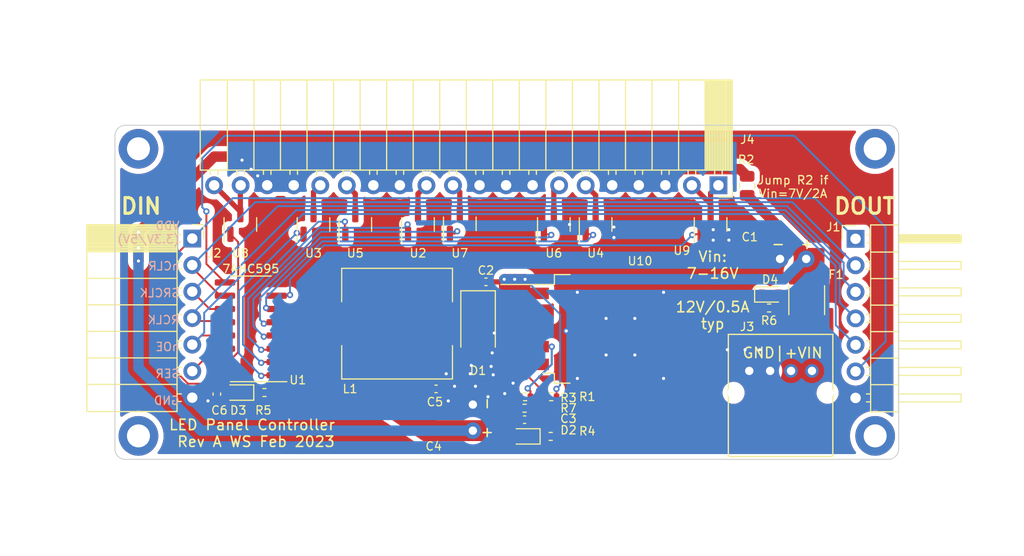
<source format=kicad_pcb>
(kicad_pcb (version 20211014) (generator pcbnew)
  (layers (0 "F.Cu" signal) (31 "B.Cu" signal) (34 "B.Paste" user) (35 "F.Paste" user) (36 "B.SilkS" user "B.Silkscreen") (37 "F.SilkS" user "F.Silkscreen") (38 "B.Mask" user) (39 "F.Mask" user) (44 "Edge.Cuts" user))
  (property "AUTHOR" "Winnie Szeto")
  (property "PROJECT_REVISION" "A01")
  (property "PROJECT_TITLE" "WS Template Project")
  (net 0 "")
  (net 1 "VCC")
  (net 2 "VDD")
  (net 3 "/SER_OUT")
  (net 4 "/SRCLK")
  (net 5 "/nCLR")
  (net 6 "/RCLK")
  (net 7 "/nOE")
  (net 8 "GND")
  (net 9 "/SER")
  (net 10 "/SEGMENT_3")
  (net 11 "/SEGMENT_5")
  (net 12 "/SEGMENT_6")
  (net 13 "/SEGMENT_4")
  (net 14 "/SEGMENT_2")
  (net 15 "/2_SIG")
  (net 16 "/3_SIG")
  (net 17 "/4_SIG")
  (net 18 "/5_SIG")
  (net 19 "/6_SIG")
  (net 20 "/7_SIG")
  (net 21 "/8_SIG")
  (net 22 "/1_SIG")
  (net 23 "Net-(D1-Pad1)")
  (net 24 "VEE")
  (net 25 "Net-(R1-Pad1)")
  (net 26 "/SEGMENT_8A")
  (net 27 "/SEGMENT_7")
  (net 28 "/SEGMENT_1A")
  (net 29 "Net-(F1-Pad2)")
  (net 30 "Net-(D2-Pad1)")
  (net 31 "Net-(D3-Pad1)")
  (net 32 "Net-(D4-Pad1)")
  (net 33 "Net-(C3-Pad1)")
  (footprint "Package_SO:SOIC-16_3.9x9.9mm_P1.27mm" (layer "F.Cu") (at 92 86 180)
    (fp_text reference "U1" (at -4.5 -4.9) (layer "F.SilkS") (effects (font (size 0.8 0.8) (thickness 0.12))))
    (fp_text value "74HC595")
    (pad "1" smd roundrect (at -2.475 -4.445 180) (size 1.95 0.6) (layers "F.Cu" "F.Paste" "F.Mask") (net 15 "/2_SIG"))
    (pad "2" smd roundrect (at -2.475 -3.175 180) (size 1.95 0.6) (layers "F.Cu" "F.Paste" "F.Mask") (net 16 "/3_SIG"))
    (pad "3" smd roundrect (at -2.475 -1.905 180) (size 1.95 0.6) (layers "F.Cu" "F.Paste" "F.Mask") (net 17 "/4_SIG"))
    (pad "4" smd roundrect (at -2.475 -0.635 180) (size 1.95 0.6) (layers "F.Cu" "F.Paste" "F.Mask") (net 18 "/5_SIG"))
    (pad "5" smd roundrect (at -2.475 0.635 180) (size 1.95 0.6) (layers "F.Cu" "F.Paste" "F.Mask") (net 19 "/6_SIG"))
    (pad "6" smd roundrect (at -2.475 1.905 180) (size 1.95 0.6) (layers "F.Cu" "F.Paste" "F.Mask") (net 20 "/7_SIG"))
    (pad "7" smd roundrect (at -2.475 3.175 180) (size 1.95 0.6) (layers "F.Cu" "F.Paste" "F.Mask") (net 21 "/8_SIG"))
    (pad "8" smd roundrect (at -2.475 4.445 180) (size 1.95 0.6) (layers "F.Cu" "F.Paste" "F.Mask") (net 8 "GND"))
    (pad "9" smd roundrect (at 2.475 4.445 180) (size 1.95 0.6) (layers "F.Cu" "F.Paste" "F.Mask") (net 3 "/SER_OUT"))
    (pad "10" smd roundrect (at 2.475 3.175 180) (size 1.95 0.6) (layers "F.Cu" "F.Paste" "F.Mask") (net 5 "/nCLR"))
    (pad "11" smd roundrect (at 2.475 1.905 180) (size 1.95 0.6) (layers "F.Cu" "F.Paste" "F.Mask") (net 4 "/SRCLK"))
    (pad "12" smd roundrect (at 2.475 0.635 180) (size 1.95 0.6) (layers "F.Cu" "F.Paste" "F.Mask") (net 6 "/RCLK"))
    (pad "13" smd roundrect (at 2.475 -0.635 180) (size 1.95 0.6) (layers "F.Cu" "F.Paste" "F.Mask") (net 7 "/nOE"))
    (pad "14" smd roundrect (at 2.475 -1.905 180) (size 1.95 0.6) (layers "F.Cu" "F.Paste" "F.Mask") (net 9 "/SER"))
    (pad "15" smd roundrect (at 2.475 -3.175 180) (size 1.95 0.6) (layers "F.Cu" "F.Paste" "F.Mask") (net 22 "/1_SIG"))
    (pad "16" smd roundrect (at 2.475 -4.445 180) (size 1.95 0.6) (layers "F.Cu" "F.Paste" "F.Mask") (net 2 "VDD"))
  )
  (footprint "Capacitor_SMD:C_0402_1005Metric" (layer "F.Cu") (at 114.5 81.5 180)
    (fp_text reference "C2" (at 0 1.1 180) (layer "F.SilkS") (effects (font (size 0.8 0.8) (thickness 0.12))))
    (fp_text value "0402,100nF,50V,X7R ")
    (pad "1" smd roundrect (at -0.48 0 180) (size 0.56 0.62) (layers "F.Cu" "F.Paste" "F.Mask") (net 24 "VEE"))
    (pad "2" smd roundrect (at 0.48 0 180) (size 0.56 0.62) (layers "F.Cu" "F.Paste" "F.Mask") (net 8 "GND"))
  )
  (footprint "Resistor_SMD:R_0805_2012Metric" (layer "F.Cu") (at 139.5 72.3 90)
    (fp_text reference "R2" (at 2.5 -0.1 180) (layer "F.SilkS") (effects (font (size 0.8 0.8) (thickness 0.12))))
    (fp_text value "DNP")
    (pad "1" smd roundrect (at -0.9125 0 90) (size 1.025 1.4) (layers "F.Cu" "F.Paste" "F.Mask") (roundrect_rratio 0.243902439) (net 24 "VEE"))
    (pad "2" smd roundrect (at 0.9125 0 90) (size 1.025 1.4) (layers "F.Cu" "F.Paste" "F.Mask") (roundrect_rratio 0.243902439) (net 1 "VCC"))
  )
  (footprint "Capacitor_SMD:C_0402_1005Metric" (layer "F.Cu") (at 88.75 92.25 -90)
    (fp_text reference "C6" (at 1.55 -0.25) (layer "F.SilkS") (effects (font (size 0.8 0.8) (thickness 0.12))))
    (fp_text value "0402,100nF,50V,X7R ")
    (pad "1" smd roundrect (at -0.48 0 270) (size 0.56 0.62) (layers "F.Cu" "F.Paste" "F.Mask") (net 2 "VDD"))
    (pad "2" smd roundrect (at 0.48 0 270) (size 0.56 0.62) (layers "F.Cu" "F.Paste" "F.Mask") (net 8 "GND"))
  )
  (footprint "Resistor_SMD:R_0402_1005Metric" (layer "F.Cu") (at 120.7 96.3)
    (fp_text reference "R4" (at 3.5 -0.5) (layer "F.SilkS") (effects (font (size 0.8 0.8) (thickness 0.12))))
    (fp_text value "0402,1k")
    (pad "1" smd roundrect (at -0.51 0) (size 0.54 0.64) (layers "F.Cu" "F.Paste" "F.Mask") (net 30 "Net-(D2-Pad1)"))
    (pad "2" smd roundrect (at 0.51 0) (size 0.54 0.64) (layers "F.Cu" "F.Paste" "F.Mask") (net 8 "GND"))
  )
  (footprint "Capacitor_THT:C_Radial_D6.3mm_H11.0mm_P2.50mm" (layer "F.Cu") (at 113.25 95.75 90)
    (fp_text reference "C4" (at -1.5 -3.75) (layer "F.SilkS") (effects (font (size 0.8 0.8) (thickness 0.12))))
    (fp_text value "330uF/16V")
    (fp_text user "+  -" (at 1.2 1.3 90 unlocked) (layer "F.SilkS"))
    (pad "1" thru_hole circle (at 0 0 90) (size 1.6 1.6) (drill 0.8) (layers *.Cu *.Mask) (net 1 "VCC"))
    (pad "2" thru_hole circle (at 2.5 0 90) (size 1.6 1.6) (drill 0.8) (layers *.Cu *.Mask) (net 8 "GND"))
  )
  (footprint "Resistor_SMD:R_0402_1005Metric" (layer "F.Cu") (at 141.6 84 180)
    (fp_text reference "R6" (at 0 -1.2) (layer "F.SilkS") (effects (font (size 0.8 0.8) (thickness 0.12))))
    (fp_text value "0402,7.5k")
    (pad "1" smd roundrect (at -0.51 0 180) (size 0.54 0.64) (layers "F.Cu" "F.Paste" "F.Mask") (net 32 "Net-(D4-Pad1)"))
    (pad "2" smd roundrect (at 0.51 0 180) (size 0.54 0.64) (layers "F.Cu" "F.Paste" "F.Mask") (net 8 "GND"))
  )
  (footprint "Connector_PinHeader_2.54mm:PinHeader_1x07_P2.54mm_Horizontal" (layer "F.Cu") (at 149.875 77.375)
    (fp_text reference "J1" (at -2.125 -1.125) (layer "F.SilkS") (effects (font (size 0.8 0.8) (thickness 0.12))))
    (fp_text value "DOUT")
    (pad "1" thru_hole rect (at 0 0) (size 1.7 1.7) (drill 1) (layers *.Cu *.Mask) (net 2 "VDD"))
    (pad "2" thru_hole oval (at 0 2.54) (size 1.7 1.7) (drill 1) (layers *.Cu *.Mask) (net 5 "/nCLR"))
    (pad "3" thru_hole oval (at 0 5.08) (size 1.7 1.7) (drill 1) (layers *.Cu *.Mask) (net 4 "/SRCLK"))
    (pad "4" thru_hole oval (at 0 7.62) (size 1.7 1.7) (drill 1) (layers *.Cu *.Mask) (net 6 "/RCLK"))
    (pad "5" thru_hole oval (at 0 10.16) (size 1.7 1.7) (drill 1) (layers *.Cu *.Mask) (net 7 "/nOE"))
    (pad "6" thru_hole oval (at 0 12.7) (size 1.7 1.7) (drill 1) (layers *.Cu *.Mask) (net 3 "/SER_OUT"))
    (pad "7" thru_hole oval (at 0 15.24) (size 1.7 1.7) (drill 1) (layers *.Cu *.Mask) (net 8 "GND"))
  )
  (footprint "Connector_PinSocket_2.54mm:PinSocket_1x07_P2.54mm_Horizontal" (layer "F.Cu") (at 86.4 77.35)
    (fp_text reference "J2" (at 2.1 1.4) (layer "F.SilkS") (effects (font (size 0.8 0.8) (thickness 0.12))))
    (fp_text value "DIN")
    (pad "1" thru_hole rect (at 0 0) (size 1.7 1.7) (drill 1) (layers *.Cu *.Mask) (net 2 "VDD"))
    (pad "2" thru_hole oval (at 0 2.54) (size 1.7 1.7) (drill 1) (layers *.Cu *.Mask) (net 5 "/nCLR"))
    (pad "3" thru_hole oval (at 0 5.08) (size 1.7 1.7) (drill 1) (layers *.Cu *.Mask) (net 4 "/SRCLK"))
    (pad "4" thru_hole oval (at 0 7.62) (size 1.7 1.7) (drill 1) (layers *.Cu *.Mask) (net 6 "/RCLK"))
    (pad "5" thru_hole oval (at 0 10.16) (size 1.7 1.7) (drill 1) (layers *.Cu *.Mask) (net 7 "/nOE"))
    (pad "6" thru_hole oval (at 0 12.7) (size 1.7 1.7) (drill 1) (layers *.Cu *.Mask) (net 9 "/SER"))
    (pad "7" thru_hole oval (at 0 15.24) (size 1.7 1.7) (drill 1) (layers *.Cu *.Mask) (net 8 "GND"))
  )
  (footprint "MountingHole:MountingHole_2.2mm_M2_DIN965_Pad" (layer "F.Cu") (at 81.25 96.25)
    (fp_text reference "H2" hide)
    (fp_text value "MountingHole")
    (pad "1" thru_hole circle (at 0 0) (size 3.8 3.8) (drill 2.2) (layers *.Cu *.Mask))
  )
  (footprint "Resistor_SMD:R_0402_1005Metric" (layer "F.Cu") (at 93.31 92.1)
    (fp_text reference "R5" (at -0.11 1.7) (layer "F.SilkS") (effects (font (size 0.8 0.8) (thickness 0.12))))
    (fp_text value "0402,1k")
    (pad "1" smd roundrect (at -0.51 0) (size 0.54 0.64) (layers "F.Cu" "F.Paste" "F.Mask") (net 31 "Net-(D3-Pad1)"))
    (pad "2" smd roundrect (at 0.51 0) (size 0.54 0.64) (layers "F.Cu" "F.Paste" "F.Mask") (net 8 "GND"))
  )
  (footprint "Inductor_SMD:L_10.4x10.4_H4.8" (layer "F.Cu") (at 106 85.5 180)
    (fp_text reference "L1" (at 4.5 -6.25 180) (layer "F.SilkS") (effects (font (size 0.8 0.8) (thickness 0.12))))
    (fp_text value "33uH/3A")
    (pad "1" smd rect (at -4.15 0 180) (size 2.7 3.6) (layers "F.Cu" "F.Paste" "F.Mask") (net 23 "Net-(D1-Pad1)"))
    (pad "2" smd rect (at 4.15 0 180) (size 2.7 3.6) (layers "F.Cu" "F.Paste" "F.Mask") (net 1 "VCC"))
  )
  (footprint "LED_SMD:LED_0603_1608Metric" (layer "F.Cu") (at 141.7 82.7)
    (fp_text reference "D4" (at 0 -1.43) (layer "F.SilkS") (effects (font (size 0.8 0.8) (thickness 0.12))))
    (fp_text value "LED")
    (pad "1" smd roundrect (at -0.7875 0) (size 0.875 0.95) (layers "F.Cu" "F.Paste" "F.Mask") (net 32 "Net-(D4-Pad1)"))
    (pad "2" smd roundrect (at 0.7875 0) (size 0.875 0.95) (layers "F.Cu" "F.Paste" "F.Mask") (net 24 "VEE"))
  )
  (footprint "Capacitor_THT:C_Radial_D6.3mm_H11.0mm_P2.50mm" (layer "F.Cu") (at 145.15 79 180)
    (fp_text reference "C1" (at 5.4 1.8 180) (layer "F.SilkS") (effects (font (size 0.8 0.8) (thickness 0.12))))
    (fp_text value "120uF/25V")
    (fp_text user "+  -" (at 1.3 1 180 unlocked) (layer "F.SilkS"))
    (pad "1" thru_hole circle (at 0 -0.3 180) (size 1.6 1.6) (drill 0.8) (layers *.Cu *.Mask) (net 24 "VEE"))
    (pad "2" thru_hole circle (at 2.5 -0.3 180) (size 1.6 1.6) (drill 0.8) (layers *.Cu *.Mask) (net 8 "GND"))
  )
  (footprint "Capacitor_SMD:C_0402_1005Metric" (layer "F.Cu") (at 109.73 91.75)
    (fp_text reference "C5" (at -0.107836 1.25) (layer "F.SilkS") (effects (font (size 0.8 0.8) (thickness 0.12))))
    (fp_text value "0402,1uF,25V,X5R ")
    (pad "1" smd roundrect (at -0.48 0) (size 0.56 0.62) (layers "F.Cu" "F.Paste" "F.Mask") (net 1 "VCC"))
    (pad "2" smd roundrect (at 0.48 0) (size 0.56 0.62) (layers "F.Cu" "F.Paste" "F.Mask") (net 8 "GND"))
  )
  (footprint "LED_SMD:LED_0603_1608Metric" (layer "F.Cu") (at 90.8 92.1 180)
    (fp_text reference "D3" (at 0 -1.7) (layer "F.SilkS") (effects (font (size 0.8 0.8) (thickness 0.12))))
    (fp_text value "LED")
    (pad "1" smd roundrect (at -0.7875 0 180) (size 0.875 0.95) (layers "F.Cu" "F.Paste" "F.Mask") (net 31 "Net-(D3-Pad1)"))
    (pad "2" smd roundrect (at 0.7875 0 180) (size 0.875 0.95) (layers "F.Cu" "F.Paste" "F.Mask") (net 2 "VDD"))
  )
  (footprint "Package_TO_SOT_SMD:SOT-23" (layer "F.Cu") (at 125 76 90)
    (fp_text reference "U4" (at -2.75 0 180) (layer "F.SilkS") (effects (font (size 0.8 0.8) (thickness 0.12))))
    (fp_text value "AO3400A")
    (pad "1" smd roundrect (at -0.9375 -0.95 90) (size 1.475 0.6) (layers "F.Cu" "F.Paste" "F.Mask") (net 20 "/7_SIG"))
    (pad "2" smd roundrect (at -0.9375 0.95 90) (size 1.475 0.6) (layers "F.Cu" "F.Paste" "F.Mask") (net 8 "GND"))
    (pad "3" smd roundrect (at 0.9375 0 90) (size 1.475 0.6) (layers "F.Cu" "F.Paste" "F.Mask") (net 27 "/SEGMENT_7"))
  )
  (footprint "Package_TO_SOT_SMD:SOT-23" (layer "F.Cu") (at 112 75.9375 90)
    (fp_text reference "U7" (at -2.8125 0 180) (layer "F.SilkS") (effects (font (size 0.8 0.8) (thickness 0.12))))
    (fp_text value "AO3400A")
    (pad "1" smd roundrect (at -0.9375 -0.95 90) (size 1.475 0.6) (layers "F.Cu" "F.Paste" "F.Mask") (net 18 "/5_SIG"))
    (pad "2" smd roundrect (at -0.9375 0.95 90) (size 1.475 0.6) (layers "F.Cu" "F.Paste" "F.Mask") (net 8 "GND"))
    (pad "3" smd roundrect (at 0.9375 0 90) (size 1.475 0.6) (layers "F.Cu" "F.Paste" "F.Mask") (net 11 "/SEGMENT_5"))
  )
  (footprint "Fuse:Fuse_1812_4532Metric" (layer "F.Cu") (at 145.2 83.25 -90)
    (fp_text reference "F1" (at -2.45 -2.8) (layer "F.SilkS") (effects (font (size 0.8 0.8) (thickness 0.12))))
    (fp_text value "3A")
    (pad "1" smd roundrect (at -2.1375 0 270) (size 1.125 3.4) (layers "F.Cu" "F.Paste" "F.Mask") (roundrect_rratio 0.2222222222) (net 24 "VEE"))
    (pad "2" smd roundrect (at 2.1375 0 270) (size 1.125 3.4) (layers "F.Cu" "F.Paste" "F.Mask") (roundrect_rratio 0.2222222222) (net 29 "Net-(F1-Pad2)"))
  )
  (footprint "MountingHole:MountingHole_2.2mm_M2_DIN965_Pad" (layer "F.Cu") (at 151.75 68.75)
    (fp_text reference "H4" hide)
    (fp_text value "MountingHole")
    (pad "1" thru_hole circle (at 0 0) (size 3.8 3.8) (drill 2.2) (layers *.Cu *.Mask))
  )
  (footprint "Package_TO_SOT_SMD:SOT-23" (layer "F.Cu") (at 98 76 90)
    (fp_text reference "U3" (at -2.75 0 180) (layer "F.SilkS") (effects (font (size 0.8 0.8) (thickness 0.12))))
    (fp_text value "AO3400A")
    (pad "1" smd roundrect (at -0.9375 -0.95 90) (size 1.475 0.6) (layers "F.Cu" "F.Paste" "F.Mask") (net 15 "/2_SIG"))
    (pad "2" smd roundrect (at -0.9375 0.95 90) (size 1.475 0.6) (layers "F.Cu" "F.Paste" "F.Mask") (net 8 "GND"))
    (pad "3" smd roundrect (at 0.9375 0 90) (size 1.475 0.6) (layers "F.Cu" "F.Paste" "F.Mask") (net 14 "/SEGMENT_2"))
  )
  (footprint "Connector_PinSocket_2.54mm:PinSocket_1x20_P2.54mm_Horizontal" (layer "F.Cu") (at 136.75 72.25 -90)
    (fp_text reference "J4" (at -4.38 -2.77 180) (layer "F.SilkS") (effects (font (size 0.8 0.8) (thickness 0.12))))
    (fp_text value "Conn_01x20_Female")
    (pad "1" thru_hole rect (at 0 0 270) (size 1.7 1.7) (drill 1) (layers *.Cu *.Mask) (net 26 "/SEGMENT_8A"))
    (pad "2" thru_hole oval (at 0 2.54 270) (size 1.7 1.7) (drill 1) (layers *.Cu *.Mask) (net 26 "/SEGMENT_8A"))
    (pad "3" thru_hole oval (at 0 5.08 270) (size 1.7 1.7) (drill 1) (layers *.Cu *.Mask) (net 1 "VCC"))
    (pad "4" thru_hole oval (at 0 7.62 270) (size 1.7 1.7) (drill 1) (layers *.Cu *.Mask) (net 1 "VCC"))
    (pad "5" thru_hole oval (at 0 10.16 270) (size 1.7 1.7) (drill 1) (layers *.Cu *.Mask) (net 1 "VCC"))
    (pad "6" thru_hole oval (at 0 12.7 270) (size 1.7 1.7) (drill 1) (layers *.Cu *.Mask) (net 27 "/SEGMENT_7"))
    (pad "7" thru_hole oval (at 0 15.24 270) (size 1.7 1.7) (drill 1) (layers *.Cu *.Mask) (net 12 "/SEGMENT_6"))
    (pad "8" thru_hole oval (at 0 17.78 270) (size 1.7 1.7) (drill 1) (layers *.Cu *.Mask) (net 1 "VCC"))
    (pad "9" thru_hole oval (at 0 20.32 270) (size 1.7 1.7) (drill 1) (layers *.Cu *.Mask) (net 1 "VCC"))
    (pad "10" thru_hole oval (at 0 22.86 270) (size 1.7 1.7) (drill 1) (layers *.Cu *.Mask) (net 1 "VCC"))
    (pad "11" thru_hole oval (at 0 25.4 270) (size 1.7 1.7) (drill 1) (layers *.Cu *.Mask) (net 11 "/SEGMENT_5"))
    (pad "12" thru_hole oval (at 0 27.94 270) (size 1.7 1.7) (drill 1) (layers *.Cu *.Mask) (net 13 "/SEGMENT_4"))
    (pad "13" thru_hole oval (at 0 30.48 270) (size 1.7 1.7) (drill 1) (layers *.Cu *.Mask) (net 1 "VCC"))
    (pad "14" thru_hole oval (at 0 33.02 270) (size 1.7 1.7) (drill 1) (layers *.Cu *.Mask) (net 1 "VCC"))
    (pad "15" thru_hole oval (at 0 35.56 270) (size 1.7 1.7) (drill 1) (layers *.Cu *.Mask) (net 10 "/SEGMENT_3"))
    (pad "16" thru_hole oval (at 0 38.1 270) (size 1.7 1.7) (drill 1) (layers *.Cu *.Mask) (net 14 "/SEGMENT_2"))
    (pad "17" thru_hole oval (at 0 40.64 270) (size 1.7 1.7) (drill 1) (layers *.Cu *.Mask) (net 1 "VCC"))
    (pad "18" thru_hole oval (at 0 43.18 270) (size 1.7 1.7) (drill 1) (layers *.Cu *.Mask) (net 1 "VCC"))
    (pad "19" thru_hole oval (at 0 45.72 270) (size 1.7 1.7) (drill 1) (layers *.Cu *.Mask) (net 28 "/SEGMENT_1A"))
    (pad "20" thru_hole oval (at 0 48.26 270) (size 1.7 1.7) (drill 1) (layers *.Cu *.Mask) (net 28 "/SEGMENT_1A"))
  )
  (footprint "WS_LCSC_Connectors:JST_S04B-PASK-2(LF)(SN)" (layer "F.Cu") (at 142.7 90.025 180)
    (fp_text reference "J3" (at 3.2 4.225) (layer "F.SilkS") (effects (font (size 0.8 0.8) (thickness 0.12))))
    (fp_text value "JST PA ")
    (pad "" np_thru_hole circle (at -4.5 -2.1 180) (size 1.1 1.1) (drill 1.1) (layers *.Cu *.Mask))
    (pad "" np_thru_hole circle (at 4.5 -2.1 180) (size 1.1 1.1) (drill 1.1) (layers *.Cu *.Mask))
    (pad "1" thru_hole rect (at 3 0 180) (size 1.308 1.308) (drill 0.8) (layers *.Cu *.Mask) (net 8 "GND"))
    (pad "2" thru_hole circle (at 1 0 180) (size 1.308 1.308) (drill 0.8) (layers *.Cu *.Mask) (net 8 "GND"))
    (pad "3" thru_hole circle (at -1 0 180) (size 1.308 1.308) (drill 0.8) (layers *.Cu *.Mask) (net 29 "Net-(F1-Pad2)"))
    (pad "4" thru_hole circle (at -3 0 180) (size 1.308 1.308) (drill 0.8) (layers *.Cu *.Mask) (net 29 "Net-(F1-Pad2)"))
  )
  (footprint "Package_TO_SOT_SMD:SOT-23" (layer "F.Cu") (at 136 76 90)
    (fp_text reference "U9" (at -2.5 -2.75 180) (layer "F.SilkS") (effects (font (size 0.8 0.8) (thickness 0.12))))
    (fp_text value "AO3400A")
    (pad "1" smd roundrect (at -0.9375 -0.95 90) (size 1.475 0.6) (layers "F.Cu" "F.Paste" "F.Mask") (net 21 "/8_SIG"))
    (pad "2" smd roundrect (at -0.9375 0.95 90) (size 1.475 0.6) (layers "F.Cu" "F.Paste" "F.Mask") (net 8 "GND"))
    (pad "3" smd roundrect (at 0.9375 0 90) (size 1.475 0.6) (layers "F.Cu" "F.Paste" "F.Mask") (net 26 "/SEGMENT_8A"))
  )
  (footprint "Capacitor_SMD:C_0402_1005Metric" (layer "F.Cu") (at 118.2 94.7 180)
    (fp_text reference "C3" (at -4.2 0.1 180) (layer "F.SilkS") (effects (font (size 0.8 0.8) (thickness 0.12))))
    (fp_text value "0402,1nF,50V,X7R ")
    (pad "1" smd roundrect (at -0.48 0 180) (size 0.56 0.62) (layers "F.Cu" "F.Paste" "F.Mask") (net 33 "Net-(C3-Pad1)"))
    (pad "2" smd roundrect (at 0.48 0 180) (size 0.56 0.62) (layers "F.Cu" "F.Paste" "F.Mask") (net 1 "VCC"))
  )
  (footprint "MountingHole:MountingHole_2.2mm_M2_DIN965_Pad" (layer "F.Cu") (at 81.25 68.75)
    (fp_text reference "H1" hide)
    (fp_text value "MountingHole")
    (pad "1" thru_hole circle (at 0 0) (size 3.8 3.8) (drill 2.2) (layers *.Cu *.Mask))
  )
  (footprint "Resistor_SMD:R_0402_1005Metric" (layer "F.Cu") (at 120.75 92.5)
    (fp_text reference "R1" (at 3.45 0) (layer "F.SilkS") (effects (font (size 0.8 0.8) (thickness 0.12))))
    (fp_text value "DNP")
    (pad "1" smd roundrect (at -0.51 0) (size 0.54 0.64) (layers "F.Cu" "F.Paste" "F.Mask") (net 25 "Net-(R1-Pad1)"))
    (pad "2" smd roundrect (at 0.51 0) (size 0.54 0.64) (layers "F.Cu" "F.Paste" "F.Mask") (net 24 "VEE"))
  )
  (footprint "Package_TO_SOT_SMD:SOT-23" (layer "F.Cu") (at 108 76 90)
    (fp_text reference "U2" (at -2.75 0 180) (layer "F.SilkS") (effects (font (size 0.8 0.8) (thickness 0.12))))
    (fp_text value "AO3400A")
    (pad "1" smd roundrect (at -0.9375 -0.95 90) (size 1.475 0.6) (layers "F.Cu" "F.Paste" "F.Mask") (net 17 "/4_SIG"))
    (pad "2" smd roundrect (at -0.9375 0.95 90) (size 1.475 0.6) (layers "F.Cu" "F.Paste" "F.Mask") (net 8 "GND"))
    (pad "3" smd roundrect (at 0.9375 0 90) (size 1.475 0.6) (layers "F.Cu" "F.Paste" "F.Mask") (net 13 "/SEGMENT_4"))
  )
  (footprint "Package_TO_SOT_SMD:SOT-23" (layer "F.Cu") (at 102 76 90)
    (fp_text reference "U5" (at -2.75 0 180) (layer "F.SilkS") (effects (font (size 0.8 0.8) (thickness 0.12))))
    (fp_text value "AO3400A")
    (pad "1" smd roundrect (at -0.9375 -0.95 90) (size 1.475 0.6) (layers "F.Cu" "F.Paste" "F.Mask") (net 16 "/3_SIG"))
    (pad "2" smd roundrect (at -0.9375 0.95 90) (size 1.475 0.6) (layers "F.Cu" "F.Paste" "F.Mask") (net 8 "GND"))
    (pad "3" smd roundrect (at 0.9375 0 90) (size 1.475 0.6) (layers "F.Cu" "F.Paste" "F.Mask") (net 10 "/SEGMENT_3"))
  )
  (footprint "Package_TO_SOT_SMD:SOT-23" (layer "F.Cu") (at 121 76 90)
    (fp_text reference "U6" (at -2.75 0 180) (layer "F.SilkS") (effects (font (size 0.8 0.8) (thickness 0.12))))
    (fp_text value "AO3400A")
    (pad "1" smd roundrect (at -0.9375 -0.95 90) (size 1.475 0.6) (layers "F.Cu" "F.Paste" "F.Mask") (net 19 "/6_SIG"))
    (pad "2" smd roundrect (at -0.9375 0.95 90) (size 1.475 0.6) (layers "F.Cu" "F.Paste" "F.Mask") (net 8 "GND"))
    (pad "3" smd roundrect (at 0.9375 0 90) (size 1.475 0.6) (layers "F.Cu" "F.Paste" "F.Mask") (net 12 "/SEGMENT_6"))
  )
  (footprint "Package_TO_SOT_SMD:TO-263-5_TabPin3" (layer "F.Cu") (at 124 86)
    (fp_text reference "U10" (at 5.25 -6.5) (layer "F.SilkS") (effects (font (size 0.8 0.8) (thickness 0.12))))
    (fp_text value "LM2596S-ADJ")
    (pad "1" smd rect (at -5.775 -3.4) (size 4.6 1.1) (layers "F.Cu" "F.Paste" "F.Mask") (net 24 "VEE"))
    (pad "2" smd rect (at -5.775 -1.7) (size 4.6 1.1) (layers "F.Cu" "F.Paste" "F.Mask") (net 23 "Net-(D1-Pad1)"))
    (pad "3" smd rect (at -5.775 0) (size 4.6 1.1) (layers "F.Cu" "F.Paste" "F.Mask") (net 8 "GND"))
    (pad "3" smd rect (at 3.375 0) (size 9.4 10.8) (layers "F.Cu" "F.Mask") (net 8 "GND"))
    (pad "4" smd rect (at -5.775 1.7) (size 4.6 1.1) (layers "F.Cu" "F.Paste" "F.Mask") (net 33 "Net-(C3-Pad1)"))
    (pad "5" smd rect (at -5.775 3.4) (size 4.6 1.1) (layers "F.Cu" "F.Paste" "F.Mask") (net 25 "Net-(R1-Pad1)"))
  )
  (footprint "Resistor_SMD:R_0402_1005Metric" (layer "F.Cu") (at 118.25 92.5)
    (fp_text reference "R3" (at 4.15 0.1) (layer "F.SilkS") (effects (font (size 0.8 0.8) (thickness 0.12))))
    (fp_text value "0402,1k")
    (pad "1" smd roundrect (at -0.51 0) (size 0.54 0.64) (layers "F.Cu" "F.Paste" "F.Mask") (net 8 "GND"))
    (pad "2" smd roundrect (at 0.51 0) (size 0.54 0.64) (layers "F.Cu" "F.Paste" "F.Mask") (net 33 "Net-(C3-Pad1)"))
  )
  (footprint "LED_SMD:LED_0603_1608Metric" (layer "F.Cu") (at 118.2 96.3 180)
    (fp_text reference "D2" (at -4.2 0.6) (layer "F.SilkS") (effects (font (size 0.8 0.8) (thickness 0.12))))
    (fp_text value "LED")
    (pad "1" smd roundrect (at -0.7875 0 180) (size 0.875 0.95) (layers "F.Cu" "F.Paste" "F.Mask") (net 30 "Net-(D2-Pad1)"))
    (pad "2" smd roundrect (at 0.7875 0 180) (size 0.875 0.95) (layers "F.Cu" "F.Paste" "F.Mask") (net 1 "VCC"))
  )
  (footprint "Package_TO_SOT_SMD:SOT-23" (layer "F.Cu") (at 91 76 90)
    (fp_text reference "U8" (at -2.75 0 180) (layer "F.SilkS") (effects (font (size 0.8 0.8) (thickness 0.12))))
    (fp_text value "AO3400A")
    (pad "1" smd roundrect (at -0.9375 -0.95 90) (size 1.475 0.6) (layers "F.Cu" "F.Paste" "F.Mask") (net 22 "/1_SIG"))
    (pad "2" smd roundrect (at -0.9375 0.95 90) (size 1.475 0.6) (layers "F.Cu" "F.Paste" "F.Mask") (net 8 "GND"))
    (pad "3" smd roundrect (at 0.9375 0 90) (size 1.475 0.6) (layers "F.Cu" "F.Paste" "F.Mask") (net 28 "/SEGMENT_1A"))
  )
  (footprint "MountingHole:MountingHole_2.2mm_M2_DIN965_Pad" (layer "F.Cu") (at 151.75 96.25)
    (fp_text reference "H3" hide)
    (fp_text value "MountingHole")
    (pad "1" thru_hole circle (at 0 0) (size 3.8 3.8) (drill 2.2) (layers *.Cu *.Mask))
  )
  (footprint "Diode_SMD:D_SMA" (layer "F.Cu") (at 113.75 85.75 -90)
    (fp_text reference "D1" (at 4.25 0 180) (layer "F.SilkS") (effects (font (size 0.8 0.8) (thickness 0.12))))
    (fp_text value "SS54")
    (pad "1" smd rect (at -2 0 270) (size 2.5 1.8) (layers "F.Cu" "F.Paste" "F.Mask") (net 23 "Net-(D1-Pad1)"))
    (pad "2" smd rect (at 2 0 270) (size 2.5 1.8) (layers "F.Cu" "F.Paste" "F.Mask") (net 8 "GND"))
  )
  (footprint "Resistor_SMD:R_0402_1005Metric" (layer "F.Cu") (at 118.2 93.6 180)
    (fp_text reference "R7" (at -4.2 0 180) (layer "F.SilkS") (effects (font (size 0.8 0.8) (thickness 0.12))))
    (fp_text value "0402,4.7k")
    (pad "1" smd roundrect (at -0.51 0 180) (size 0.54 0.64) (layers "F.Cu" "F.Paste" "F.Mask") (net 33 "Net-(C3-Pad1)"))
    (pad "2" smd roundrect (at 0.51 0 180) (size 0.54 0.64) (layers "F.Cu" "F.Paste" "F.Mask") (net 1 "VCC"))
  )
  (gr_line (start 80 98.5) (end 153 98.5) (layer "Edge.Cuts") (width 0.1))
  (gr_line (start 154 97.5) (end 154 67.5) (layer "Edge.Cuts") (width 0.1))
  (gr_arc (start 154 97.5) (mid 153.707107 98.207107) (end 153 98.5) (layer "Edge.Cuts") (width 0.1))
  (gr_line (start 79 67.5) (end 79 97.5) (layer "Edge.Cuts") (width 0.1))
  (gr_line (start 153 66.5) (end 80 66.5) (layer "Edge.Cuts") (width 0.1))
  (gr_arc (start 153 66.5) (mid 153.707107 66.792893) (end 154 67.5) (layer "Edge.Cuts") (width 0.1))
  (gr_arc (start 80 98.5) (mid 79.292893 98.207107) (end 79 97.5) (layer "Edge.Cuts") (width 0.1))
  (gr_arc (start 79 67.5) (mid 79.292893 66.792893) (end 80 66.5) (layer "Edge.Cuts") (width 0.1))
  (gr_text "VDD\n(3.3V/5V)\n\nnCLR\n\nSRCLK\n\nRCLK\n\nnOE\n\nSER\n\nGND" (at 85.25 84.5) (layer "B.SilkS") (effects (font (size 0.8 0.8) (thickness 0.12)) (justify left mirror)))
  (gr_text "Jump R2 if\nVin=7V/2A" (at 143.9 72.4) (layer "F.SilkS") (effects (font (size 0.8 0.8) (thickness 0.12))))
  (gr_text "74HC595" (at 92 80.25) (layer "F.SilkS") (effects (font (size 0.8 0.8) (thickness 0.12))))
  (gr_text "Vin:\n7-16V\n\n12V/0.5A\ntyp" (at 136.2 82.3) (layer "F.SilkS") (effects (font (size 1 1))))
  (gr_text "DIN" (at 81.5 74.25) (layer "F.SilkS") (effects (font (size 1.5 1.5) (thickness 0.3))))
  (gr_text "LED Panel Controller \nRev A WS Feb 2023" (at 92.5 96) (layer "F.SilkS") (effects (font (size 1 1))))
  (gr_text "DOUT" (at 150.75 74.25) (layer "F.SilkS") (effects (font (size 1.5 1.5) (thickness 0.3))))
  (gr_text "GND|+VIN" (at 142.9 88.3) (layer "F.SilkS") (effects (font (size 1 1))))
  (segment (start 90.82 69.5) (end 88.5 69.5) (width 1) (layer "F.Cu") (net 1))
  (segment (start 92.035 70.715) (end 92.66 71.34) (width 1) (layer "F.Cu") (net 1))
  (segment (start 139.5 71.3875) (end 138.812989 70.700489) (width 1) (layer "F.Cu") (net 1))
  (segment (start 91.16 69.84) (end 92.035 70.715) (width 1) (layer "F.Cu") (net 1))
  (segment (start 92.66 71.34) (end 93.57 72.25) (width 1) (layer "F.Cu") (net 1))
  (segment (start 81.25 76.75) (end 81.25 79.5) (width 1) (layer "F.Cu") (net 1))
  (segment (start 88.5 69.5) (end 81.25 76.75) (width 1) (layer "F.Cu") (net 1))
  (segment (start 138.812989 70.700489) (end 133.219511 70.700489) (width 1) (layer "F.Cu") (net 1))
  (segment (start 91.16 69.84) (end 90.82 69.5) (width 1) (layer "F.Cu") (net 1))
  (segment (start 133.219511 70.700489) (end 131.67 72.25) (width 1) (layer "F.Cu") (net 1))
  (segment (start 96.11 72.25) (end 93.57 72.25) (width 1) (layer "F.Cu") (net 1))
  (via (at 81.25 79.5) (size 0.6) (drill 0.3) (layers "F.Cu" "B.Cu") (net 1))
  (via (at 81.25 78.25) (size 0.6) (drill 0.3) (layers "F.Cu" "B.Cu") (net 1))
  (via (at 92.035 70.715) (size 0.6) (drill 0.3) (layers "F.Cu" "B.Cu") (net 1))
  (via (at 91.16 69.84) (size 0.6) (drill 0.3) (layers "F.Cu" "B.Cu") (net 1))
  (via (at 81.25 76.750002) (size 0.6) (drill 0.3) (layers "F.Cu" "B.Cu") (net 1))
  (via (at 92.66 71.34) (size 0.6) (drill 0.3) (layers "F.Cu" "B.Cu") (net 1))
  (segment (start 81.25 89.75) (end 81.25 79.5) (width 1) (layer "B.Cu") (net 1))
  (segment (start 81.25 79.5) (end 81.25 78.25) (width 1) (layer "B.Cu") (net 1))
  (segment (start 81.25 76.750002) (end 81.25 78.25) (width 1) (layer "B.Cu") (net 1))
  (segment (start 87.25 95.75) (end 81.25 89.75) (width 1) (layer "B.Cu") (net 1))
  (segment (start 113.25 95.75) (end 87.25 95.75) (width 1) (layer "B.Cu") (net 1))
  (segment (start 90.0125 92.1) (end 89.08 92.1) (width 0.2) (layer "F.Cu") (net 2))
  (segment (start 89.525 90.445) (end 89.525 90.975) (width 0.18) (layer "F.Cu") (net 2))
  (segment (start 85.988487 91.25) (end 84.25 89.511513) (width 0.18) (layer "F.Cu") (net 2))
  (segment (start 88.75 91.77) (end 88.23 91.25) (width 0.18) (layer "F.Cu") (net 2))
  (segment (start 88.23 91.25) (end 85.988487 91.25) (width 0.18) (layer "F.Cu") (net 2))
  (segment (start 84.25 89.511513) (end 84.25 79.5) (width 0.18) (layer "F.Cu") (net 2))
  (segment (start 89.525 90.975) (end 88.75 91.75) (width 0.18) (layer "F.Cu") (net 2))
  (segment (start 89.08 92.1) (end 88.75 91.77) (width 0.2) (layer "F.Cu") (net 2))
  (segment (start 88.75 91.75) (end 88.75 91.77) (width 0.18) (layer "F.Cu") (net 2))
  (segment (start 84.25 79.5) (end 86.4 77.35) (width 0.18) (layer "F.Cu") (net 2))
  (segment (start 145.981956 73.481956) (end 90.268044 73.481956) (width 0.18) (layer "B.Cu") (net 2))
  (segment (start 90.268044 73.481956) (end 86.4 77.35) (width 0.18) (layer "B.Cu") (net 2))
  (segment (start 149.875 77.375) (end 145.981956 73.481956) (width 0.18) (layer "B.Cu") (net 2))
  (segment (start 87.75 79.78) (end 87.75 74.75) (width 0.18) (layer "F.Cu") (net 3))
  (segment (start 89.525 81.555) (end 87.75 79.78) (width 0.18) (layer "F.Cu") (net 3))
  (via (at 87.75 74.75) (size 0.6) (drill 0.3) (layers "F.Cu" "B.Cu") (net 3))
  (segment (start 87.75 74.75) (end 87.350489 74.350489) (width 0.18) (layer "B.Cu") (net 3))
  (segment (start 87.350489 74.350489) (end 87.350489 69.649511) (width 0.18) (layer "B.Cu") (net 3))
  (segment (start 152.75 76.25) (end 152.75 87.2) (width 0.18) (layer "B.Cu") (net 3))
  (segment (start 144 67.5) (end 152.75 76.25) (width 0.18) (layer "B.Cu") (net 3))
  (segment (start 87.350489 69.649511) (end 89.5 67.5) (width 0.18) (layer "B.Cu") (net 3))
  (segment (start 152.75 87.2) (end 149.875 90.075) (width 0.18) (layer "B.Cu") (net 3))
  (segment (start 89.5 67.5) (end 144 67.5) (width 0.18) (layer "B.Cu") (net 3))
  (segment (start 88.065 84.095) (end 86.4 82.43) (width 0.18) (layer "F.Cu") (net 4))
  (segment (start 89.525 84.095) (end 88.065 84.095) (width 0.18) (layer "F.Cu") (net 4))
  (segment (start 148.735489 79.66207) (end 148.735489 81.315489) (width 0.18) (layer "B.Cu") (net 4))
  (segment (start 148.735489 81.315489) (end 149.875 82.455) (width 0.18) (layer "B.Cu") (net 4))
  (segment (start 143.314397 74.240978) (end 148.735489 79.66207) (width 0.18) (layer "B.Cu") (net 4))
  (segment (start 86.4 82.43) (end 94.589022 74.240978) (width 0.18) (layer "B.Cu") (net 4))
  (segment (start 94.589022 74.240978) (end 143.314397 74.240978) (width 0.18) (layer "B.Cu") (net 4))
  (segment (start 89.075 82.825) (end 86.4 80.15) (width 0.18) (layer "F.Cu") (net 5))
  (segment (start 89.525 82.825) (end 89.075 82.825) (width 0.18) (layer "F.Cu") (net 5))
  (segment (start 86.4 80.15) (end 86.4 79.89) (width 0.18) (layer "F.Cu") (net 5))
  (segment (start 143.821467 73.861467) (end 149.875 79.915) (width 0.18) (layer "B.Cu") (net 5))
  (segment (start 92.428533 73.861467) (end 143.821467 73.861467) (width 0.18) (layer "B.Cu") (net 5))
  (segment (start 86.4 79.89) (end 92.428533 73.861467) (width 0.18) (layer "B.Cu") (net 5))
  (segment (start 89.41 85.25) (end 89.525 85.365) (width 0.18) (layer "F.Cu") (net 6))
  (segment (start 86.68 85.25) (end 89.41 85.25) (width 0.18) (layer "F.Cu") (net 6))
  (segment (start 86.4 84.97) (end 86.68 85.25) (width 0.18) (layer "F.Cu") (net 6))
  (segment (start 143.157198 74.620489) (end 96.342801 74.620489) (width 0.18) (layer "B.Cu") (net 6))
  (segment (start 149.875 84.995) (end 148.355978 83.475978) (width 0.18) (layer "B.Cu") (net 6))
  (segment (start 96.342801 74.620489) (end 86.4 84.56329) (width 0.18) (layer "B.Cu") (net 6))
  (segment (start 148.355978 83.475978) (end 148.355978 79.819268) (width 0.18) (layer "B.Cu") (net 6))
  (segment (start 86.4 84.56329) (end 86.4 84.97) (width 0.18) (layer "B.Cu") (net 6))
  (segment (start 148.355978 79.819268) (end 143.157198 74.620489) (width 0.18) (layer "B.Cu") (net 6))
  (segment (start 86.4 87.51) (end 87.275 86.635) (width 0.18) (layer "F.Cu") (net 7))
  (segment (start 87.275 86.635) (end 89.525 86.635) (width 0.18) (layer "F.Cu") (net 7))
  (segment (start 147.976467 79.976467) (end 147.976467 85.636467) (width 0.18) (layer "B.Cu") (net 7))
  (segment (start 87.539511 84.460489) (end 97 75) (width 0.18) (layer "B.Cu") (net 7))
  (segment (start 147.976467 85.636467) (end 149.875 87.535) (width 0.18) (layer "B.Cu") (net 7))
  (segment (start 97 75) (end 143 75) (width 0.18) (layer "B.Cu") (net 7))
  (segment (start 143 75) (end 147.976467 79.976467) (width 0.18) (layer "B.Cu") (net 7))
  (segment (start 87.539511 86.370489) (end 87.539511 84.460489) (width 0.18) (layer "B.Cu") (net 7))
  (segment (start 86.4 87.51) (end 87.539511 86.370489) (width 0.18) (layer "B.Cu") (net 7))
  (via (at 116.3 92.2) (size 0.6) (drill 0.3) (layers "F.Cu" "B.Cu") (net 8))
  (via (at 115.1 88.3) (size 0.6) (drill 0.3) (layers "F.Cu" "B.Cu") (net 8))
  (via (at 137.75 77.5) (size 0.6) (drill 0.3) (layers "F.Cu" "B.Cu") (net 8))
  (via (at 113.1 89.5) (size 0.6) (drill 0.3) (layers "F.Cu" "B.Cu") (net 8))
  (via (at 115.2 90.4) (size 0.6) (drill 0.3) (layers "F.Cu" "B.Cu") (net 8))
  (via (at 122.5 76) (size 0.6) (drill 0.3) (layers "F.Cu" "B.Cu") (net 8))
  (via (at 126 85) (size 0.6) (drill 0.3) (layers "F.Cu" "B.Cu") (net 8))
  (via (at 110.7 90.3) (size 0.6) (drill 0.3) (layers "F.Cu" "B.Cu") (net 8))
  (via (at 126 88.5) (size 0.6) (drill 0.3) (layers "F.Cu" "B.Cu") (net 8))
  (via (at 113 90.3) (size 0.6) (drill 0.3) (layers "F.Cu" "B.Cu") (net 8))
  (via (at 137.75 76.5) (size 0.6) (drill 0.3) (layers "F.Cu" "B.Cu") (net 8))
  (via (at 126.75 76.25) (size 0.6) (drill 0.3) (layers "F.Cu" "B.Cu") (net 8))
  (via (at 136.25 76.5) (size 0.6) (drill 0.3) (layers "F.Cu" "B.Cu") (net 8))
  (via (at 87.9 92.9) (size 0.6) (drill 0.3) (layers "F.Cu" "B.Cu") (net 8))
  (via (at 110.9 92.9) (size 0.6) (drill 0.3) (layers "F.Cu" "B.Cu") (net 8))
  (via (at 140.7 88) (size 0.6) (drill 0.3) (layers "F.Cu" "B.Cu") (net 8))
  (via (at 115 89.6) (size 0.6) (drill 0.3) (layers "F.Cu" "B.Cu") (net 8))
  (via (at 113.5 91.5) (size 0.6) (drill 0.3) (layers "F.Cu" "B.Cu") (net 8))
  (via (at 115.3 86.4) (size 0.6) (drill 0.3) (layers "F.Cu" "B.Cu") (net 8))
  (via (at 122.1895 86.2) (size 0.6) (drill 0.3) (layers "F.Cu" "B.Cu") (net 8))
  (via (at 137.6 88) (size 0.6) (drill 0.3) (layers "F.Cu" "B.Cu") (net 8))
  (via (at 131.5 90.75) (size 0.6) (drill 0.3) (layers "F.Cu" "B.Cu") (net 8))
  (via (at 128.75 85) (size 0.6) (drill 0.3) (layers "F.Cu" "B.Cu") (net 8))
  (via (at 131.5 82.5) (size 0.6) (drill 0.3) (layers "F.Cu" "B.Cu") (net 8))
  (via (at 136.25 77.5) (size 0.6) (drill 0.3) (layers "F.Cu" "B.Cu") (net 8))
  (via (at 123.25 90.75) (size 0.6) (drill 0.3) (layers "F.Cu" "B.Cu") (net 8))
  (via (at 139.3 88) (size 0.6) (drill 0.3) (layers "F.Cu" "B.Cu") (net 8))
  (via (at 128.75 88.5) (size 0.6) (drill 0.3) (layers "F.Cu" "B.Cu") (net 8))
  (via (at 117.1 91.2) (size 0.6) (drill 0.3) (layers "F.Cu" "B.Cu") (net 8))
  (via (at 114.7 92.5) (size 0.6) (drill 0.3) (layers "F.Cu" "B.Cu") (net 8))
  (via (at 123.25 82.5) (size 0.6) (drill 0.3) (layers "F.Cu" "B.Cu") (net 8))
  (via (at 111.5 91.5) (size 0.6) (drill 0.3) (layers "F.Cu" "B.Cu") (net 8))
  (via (at 126.75 77.25) (size 0.6) (drill 0.3) (layers "F.Cu" "B.Cu") (net 8))
  (segment (start 88.545 87.905) (end 86.4 90.05) (width 0.18) (layer "F.Cu") (net 9))
  (segment (start 89.525 87.905) (end 88.545 87.905) (width 0.18) (layer "F.Cu") (net 9))
  (segment (start 102 75.0625) (end 102 73.06) (width 0.5) (layer "F.Cu") (net 10))
  (segment (start 102 73.06) (end 101.19 72.25) (width 0.5) (layer "F.Cu") (net 10))
  (segment (start 112 75) (end 112 72.9) (width 0.5) (layer "F.Cu") (net 11))
  (segment (start 112 72.9) (end 111.35 72.25) (width 0.5) (layer "F.Cu") (net 11))
  (segment (start 121 72.76) (end 121.51 72.25) (width 0.5) (layer "F.Cu") (net 12))
  (segment (start 121 75.0625) (end 121 72.76) (width 0.5) (layer "F.Cu") (net 12))
  (segment (start 108 75.0625) (end 108 73.06) (width 0.5) (layer "F.Cu") (net 13))
  (segment (start 108 73.06) (end 108.81 72.25) (width 0.5) (layer "F.Cu") (net 13))
  (segment (start 98 72.9) (end 98.65 72.25) (width 0.5) (layer "F.Cu") (net 14))
  (segment (start 98 75.0625) (end 98 72.9) (width 0.5) (layer "F.Cu") (net 14))
  (segment (start 97.05 76.9375) (end 96.522694 76.9375) (width 0.18) (layer "F.Cu") (net 15))
  (segment (start 96.522694 76.9375) (end 96.4 76.814806) (width 0.18) (layer "F.Cu") (net 15))
  (segment (start 94.475 90.445) (end 93.055 90.445) (width 0.18) (layer "F.Cu") (net 15))
  (segment (start 93.055 90.445) (end 93 90.5) (width 0.18) (layer "F.Cu") (net 15))
  (via (at 93 90.5) (size 0.6) (drill 0.3) (layers "F.Cu" "B.Cu") (net 15))
  (via (at 96.4 76.814806) (size 0.6) (drill 0.3) (layers "F.Cu" "B.Cu") (net 15))
  (segment (start 93 90.5) (end 90.870489 88.370489) (width 0.18) (layer "B.Cu") (net 15))
  (segment (start 90.870489 88.370489) (end 90.870489 82.344317) (width 0.18) (layer "B.Cu") (net 15))
  (segment (start 90.870489 82.344317) (end 96.4 76.814806) (width 0.18) (layer "B.Cu") (net 15))
  (segment (start 101 76.8875) (end 101 75.732467) (width 0.18) (layer "F.Cu") (net 16))
  (segment (start 101.05 76.9375) (end 101 76.8875) (width 0.18) (layer "F.Cu") (net 16))
  (segment (start 93.075 89.175) (end 93 89.25) (width 0.18) (layer "F.Cu") (net 16))
  (segment (start 94.475 89.175) (end 93.075 89.175) (width 0.18) (layer "F.Cu") (net 16))
  (via (at 101 75.732467) (size 0.6) (drill 0.3) (layers "F.Cu" "B.Cu") (net 16))
  (via (at 93 89.25) (size 0.6) (drill 0.3) (layers "F.Cu" "B.Cu") (net 16))
  (segment (start 93 89.25) (end 91.25 87.5) (width 0.18) (layer "B.Cu") (net 16))
  (segment (start 91.25 82.95) (end 98.467533 75.732467) (width 0.18) (layer "B.Cu") (net 16))
  (segment (start 91.25 87.5) (end 91.25 82.95) (width 0.18) (layer "B.Cu") (net 16))
  (segment (start 98.467533 75.732467) (end 101 75.732467) (width 0.18) (layer "B.Cu") (net 16))
  (segment (start 107.05 76.9375) (end 107 76.8875) (width 0.18) (layer "F.Cu") (net 17))
  (segment (start 93 88) (end 94.38 88) (width 0.18) (layer "F.Cu") (net 17))
  (segment (start 94.38 88) (end 94.475 87.905) (width 0.18) (layer "F.Cu") (net 17))
  (segment (start 107 76.8875) (end 107 76) (width 0.18) (layer "F.Cu") (net 17))
  (via (at 107 76) (size 0.6) (drill 0.3) (layers "F.Cu" "B.Cu") (net 17))
  (via (at 93 88) (size 0.6) (drill 0.3) (layers "F.Cu" "B.Cu") (net 17))
  (segment (start 91.75 86.75) (end 91.75 83.103162) (width 0.18) (layer "B.Cu") (net 17))
  (segment (start 106.678033 76.321967) (end 107 76) (width 0.18) (layer "B.Cu") (net 17))
  (segment (start 98.531195 76.321967) (end 106.678033 76.321967) (width 0.18) (layer "B.Cu") (net 17))
  (segment (start 91.75 83.103162) (end 98.531195 76.321967) (width 0.18) (layer "B.Cu") (net 17))
  (segment (start 93 88) (end 91.75 86.75) (width 0.18) (layer "B.Cu") (net 17))
  (segment (start 111.05 76.875) (end 111.526478 76.875) (width 0.18) (layer "F.Cu") (net 18))
  (segment (start 94.36 86.75) (end 94.475 86.635) (width 0.18) (layer "F.Cu") (net 18))
  (segment (start 111.526478 76.875) (end 111.75 76.651478) (width 0.18) (layer "F.Cu") (net 18))
  (segment (start 93.25 86.75) (end 94.36 86.75) (width 0.18) (layer "F.Cu") (net 18))
  (via (at 93.25 86.75) (size 0.6) (drill 0.3) (layers "F.Cu" "B.Cu") (net 18))
  (via (at 111.75 76.651478) (size 0.6) (drill 0.3) (layers "F.Cu" "B.Cu") (net 18))
  (segment (start 93.25 86.75) (end 92.330988 85.830988) (width 0.18) (layer "B.Cu") (net 18))
  (segment (start 98.688393 76.701478) (end 111.7 76.701478) (width 0.18) (layer "B.Cu") (net 18))
  (segment (start 92.25 83.139871) (end 98.688393 76.701478) (width 0.18) (layer "B.Cu") (net 18))
  (segment (start 111.7 76.701478) (end 111.75 76.651478) (width 0.18) (layer "B.Cu") (net 18))
  (segment (start 92.25 85.75) (end 92.25 83.139871) (width 0.18) (layer "B.Cu") (net 18))
  (segment (start 120.6875 76.9375) (end 120.75 77) (width 0.18) (layer "F.Cu") (net 19))
  (segment (start 120.05 76.9375) (end 120.6875 76.9375) (width 0.18) (layer "F.Cu") (net 19))
  (segment (start 94.34 85.5) (end 94.475 85.365) (width 0.18) (layer "F.Cu") (net 19))
  (segment (start 93.25 85.5) (end 94.34 85.5) (width 0.18) (layer "F.Cu") (net 19))
  (via (at 120.75 77) (size 0.6) (drill 0.3) (layers "F.Cu" "B.Cu") (net 19))
  (via (at 93.25 85.5) (size 0.6) (drill 0.3) (layers "F.Cu" "B.Cu") (net 19))
  (segment (start 120.75 77) (end 120.509022 77.240978) (width 0.18) (layer "B.Cu") (net 19))
  (segment (start 92.879511 85.129511) (end 93.25 85.5) (width 0.18) (layer "B.Cu") (net 19))
  (segment (start 98.685604 77.240978) (end 92.879511 83.047071) (width 0.18) (layer "B.Cu") (net 19))
  (segment (start 120.509022 77.240978) (end 98.685604 77.240978) (width 0.18) (layer "B.Cu") (net 19))
  (segment (start 92.879511 83.047071) (end 92.879511 85.129511) (width 0.18) (layer "B.Cu") (net 19))
  (segment (start 124.6875 76.9375) (end 124.75 77) (width 0.18) (layer "F.Cu") (net 20))
  (segment (start 93.564011 84.095) (end 93.469011 84) (width 0.18) (layer "F.Cu") (net 20))
  (segment (start 124.05 76.9375) (end 124.6875 76.9375) (width 0.18) (layer "F.Cu") (net 20))
  (segment (start 94.475 84.095) (end 93.564011 84.095) (width 0.18) (layer "F.Cu") (net 20))
  (via (at 124.75 77) (size 0.6) (drill 0.3) (layers "F.Cu" "B.Cu") (net 20))
  (via (at 93.469011 84) (size 0.6) (drill 0.3) (layers "F.Cu" "B.Cu") (net 20))
  (segment (start 98.842803 77.620489) (end 93.469011 82.994281) (width 0.18) (layer "B.Cu") (net 20))
  (segment (start 124.75 77) (end 124.129511 77.620489) (width 0.18) (layer "B.Cu") (net 20))
  (segment (start 93.469011 82.994281) (end 93.469011 84) (width 0.18) (layer "B.Cu") (net 20))
  (segment (start 124.129511 77.620489) (end 98.842803 77.620489) (width 0.18) (layer "B.Cu") (net 20))
  (segment (start 95.675 82.825) (end 95.75 82.75) (width 0.18) (layer "F.Cu") (net 21))
  (segment (start 94.475 82.825) (end 95.675 82.825) (width 0.18) (layer "F.Cu") (net 21))
  (segment (start 134.3125 76.9375) (end 134.25 77) (width 0.18) (layer "F.Cu") (net 21))
  (segment (start 135.05 76.9375) (end 134.3125 76.9375) (width 0.18) (layer "F.Cu") (net 21))
  (via (at 95.75 82.75) (size 0.6) (drill 0.3) (layers "F.Cu" "B.Cu") (net 21))
  (via (at 134.25 77) (size 0.6) (drill 0.3) (layers "F.Cu" "B.Cu") (net 21))
  (segment (start 134.25 77) (end 133.25 78) (width 0.18) (layer "B.Cu") (net 21))
  (segment (start 99.000002 78) (end 95.75 81.250002) (width 0.18) (layer "B.Cu") (net 21))
  (segment (start 133.25 78) (end 99.000002 78) (width 0.18) (layer "B.Cu") (net 21))
  (segment (start 95.75 81.250002) (end 95.75 82.75) (width 0.18) (layer "B.Cu") (net 21))
  (segment (start 89.525 89.175) (end 89.851575 89.175) (width 0.18) (layer "F.Cu") (net 22))
  (segment (start 90.78952 77.67702) (end 90.05 76.9375) (width 0.18) (layer "F.Cu") (net 22))
  (segment (start 90.78952 88.237055) (end 90.78952 77.67702) (width 0.18) (layer "F.Cu") (net 22))
  (segment (start 89.851575 89.175) (end 90.78952 88.237055) (width 0.18) (layer "F.Cu") (net 22))
  (segment (start 142.4875 82.7) (end 143.6125 82.7) (width 0.2) (layer "F.Cu") (net 24))
  (segment (start 114.98 81.5) (end 116 81.5) (width 0.5) (layer "F.Cu") (net 24))
  (segment (start 116 81.5) (end 116.25 81.25) (width 0.5) (layer "F.Cu") (net 24))
  (segment (start 116.25 81.25) (end 116.25 82) (width 1) (layer "F.Cu") (net 24))
  (segment (start 117.25 81.625) (end 117.25 81.25) (width 1) (layer "F.Cu") (net 24))
  (segment (start 121.26 91.76) (end 121.25 91.75) (width 0.18) (layer "F.Cu") (net 24))
  (segment (start 116.85 82.6) (end 118.225 82.6) (width 1) (layer "F.Cu") (net 24))
  (segment (start 116.25 81.25) (end 117.25 81.25) (width 1) (layer "F.Cu") (net 24))
  (segment (start 118.25 81.25) (end 118.25 82.575) (width 1) (layer "F.Cu") (net 24))
  (segment (start 118.225 82.6) (end 117.25 81.625) (width 1) (layer "F.Cu") (net 24))
  (segment (start 143.6125 82.7) (end 145.2 81.1125) (width 0.2) (layer "F.Cu") (net 24))
  (segment (start 116.25 82) (end 116.85 82.6) (width 1) (layer "F.Cu") (net 24))
  (segment (start 117.25 81.25) (end 118.25 81.25) (width 1) (layer "F.Cu") (net 24))
  (segment (start 145.15 78.8625) (end 139.5 73.2125) (width 1) (layer "F.Cu") (net 24))
  (segment (start 121.26 92.5) (end 121.26 91.76) (width 0.18) (layer "F.Cu") (net 24))
  (segment (start 118.25 82.575) (end 118.225 82.6) (width 1) (layer "F.Cu") (net 24))
  (segment (start 145.15 79.3) (end 145.15 78.8625) (width 1) (layer "F.Cu") (net 24))
  (via (at 116.25 81.25) (size 0.6) (drill 0.3) (layers "F.Cu" "B.Cu") (net 24))
  (via (at 121.25 91.75) (size 0.6) (drill 0.3) (layers "F.Cu" "B.Cu") (net 24))
  (via (at 118.25 81.25) (size 0.6) (drill 0.3) (layers "F.Cu" "B.Cu") (net 24))
  (via (at 117.25 81.25) (size 0.6) (drill 0.3) (layers "F.Cu" "B.Cu") (net 24))
  (segment (start 121.25 91.75) (end 121.6 91.4) (width 0.18) (layer "B.Cu") (net 24))
  (segment (start 143.05 81.25) (end 116.25 81.25) (width 1) (layer "B.Cu") (net 24))
  (segment (start 121.6 91.4) (end 121.6 84.6) (width 0.18) (layer "B.Cu") (net 24))
  (segment (start 145 79.3) (end 143.05 81.25) (width 1) (layer "B.Cu") (net 24))
  (segment (start 121.6 84.6) (end 118.25 81.25) (width 0.18) (layer "B.Cu") (net 24))
  (segment (start 118.225 90.235) (end 118.225 89.4) (width 0.18) (layer "F.Cu") (net 25))
  (segment (start 120.24 92.25) (end 118.225 90.235) (width 0.18) (layer "F.Cu") (net 25))
  (segment (start 136 75.0625) (end 136 74.04) (width 0.5) (layer "F.Cu") (net 26))
  (segment (start 136 73) (end 136.75 72.25) (width 0.5) (layer "F.Cu") (net 26))
  (segment (start 136 75.0625) (end 136 73) (width 0.5) (layer "F.Cu") (net 26))
  (segment (start 136 74.04) (end 134.21 72.25) (width 0.5) (layer "F.Cu") (net 26))
  (segment (start 125 75.0625) (end 125 73.2) (width 0.5) (layer "F.Cu") (net 27))
  (segment (start 125 73.2) (end 124.05 72.25) (width 0.5) (layer "F.Cu") (net 27))
  (segment (start 91 74.76) (end 88.49 72.25) (width 0.5) (layer "F.Cu") (net 28))
  (segment (start 91 72.28) (end 91.03 72.25) (width 0.5) (layer "F.Cu") (net 28))
  (segment (start 91 75.0625) (end 91 74.76) (width 0.5) (layer "F.Cu") (net 28))
  (segment (start 91 75.0625) (end 91 72.28) (width 0.5) (layer "F.Cu") (net 28))
  (segment (start 120.19 96.3) (end 118.9875 96.3) (width 0.2) (layer "F.Cu") (net 30))
  (segment (start 91.5875 92.1) (end 92.8 92.1) (width 0.2) (layer "F.Cu") (net 31))
  (segment (start 142.11 84) (end 142.11 83.8975) (width 0.2) (layer "F.Cu") (net 32))
  (segment (start 142.11 83.8975) (end 140.9125 82.7) (width 0.2) (layer "F.Cu") (net 32))
  (segment (start 118.68 92.58) (end 118.76 92.5) (width 0.2) (layer "F.Cu") (net 33))
  (segment (start 118.225 87.7) (end 120.624133 87.7) (width 0.18) (layer "F.Cu") (net 33))
  (segment (start 118.68 94.7) (end 118.68 92.58) (width 0.2) (layer "F.Cu") (net 33))
  (segment (start 118.76 92.5) (end 118.76 91.96) (width 0.2) (layer "F.Cu") (net 33))
  (segment (start 118.76 91.96) (end 118.5 91.7) (width 0.2) (layer "F.Cu") (net 33))
  (via (at 118.5 91.7) (size 0.6) (drill 0.3) (layers "F.Cu" "B.Cu") (net 33))
  (via (at 120.8 87.7) (size 0.6) (drill 0.3) (layers "F.Cu" "B.Cu") (net 33))
  (segment (start 120.8 89.4) (end 120.8 87.7) (width 0.2) (layer "B.Cu") (net 33))
  (segment (start 118.5 91.7) (end 120.8 89.4) (width 0.2) (layer "B.Cu") (net 33))
  (zone (net 24) (net_name "VEE") (layer "F.Cu") (priority 1) (connect_pads yes (clearance 0.508)) (min_thickness 0.254) (fill yes (thermal_gap 0.508) (thermal_bridge_width 0.508))
    (polygon (pts (xy 146.9 81.75) (xy 143.5 81.75) (xy 143.5 80.25) (xy 143.7 80.25) (xy 143.7 78.25) (xy 146.9 78.25)))
  )
  (zone (net 8) (net_name "GND") (layers F&B.Cu) (connect_pads yes (clearance 0.508)) (min_thickness 0.254) (fill yes (thermal_gap 0.508) (thermal_bridge_width 0.508))
    (polygon (pts (xy 164.25 107.75) (xy 69.5 103) (xy 68 55) (xy 166 54.5)))
  )
  (zone (net 1) (net_name "VCC") (layer "F.Cu") (priority 1) (connect_pads yes (clearance 0.508)) (min_thickness 0.254) (fill yes (thermal_gap 0.508) (thermal_bridge_width 0.508))
    (polygon (pts (xy 105.5 90.5) (xy 109.75 90.5) (xy 109.75 94.75) (xy 114 94.75) (xy 115.25 93.25) (xy 118 93.25) (xy 118 96.75) (xy 108.5 96.75) (xy 100 91) (xy 100 82.25) (xy 105.5 82.25)))
  )
  (zone (net 29) (net_name "Net-(F1-Pad2)") (layer "F.Cu") (priority 1) (connect_pads yes (clearance 0.508)) (min_thickness 0.254) (fill yes (thermal_gap 0.508) (thermal_bridge_width 0.508))
    (polygon (pts (xy 147.783886 92.2) (xy 142.730157 92.212924) (xy 142.696271 83.995067) (xy 147.75 84)))
  )
  (zone (net 23) (net_name "Net-(D1-Pad1)") (layer "F.Cu") (priority 1) (connect_pads yes (clearance 0.508)) (min_thickness 0.254) (fill yes (thermal_gap 0.508) (thermal_bridge_width 0.508))
    (polygon (pts (xy 115.5 83.5) (xy 121 83.5) (xy 121 85.5) (xy 112.25 85.5) (xy 112.25 89.3) (xy 106.5 89.3) (xy 106.5 82.25) (xy 112 82.25) (xy 114.75 82.25)))
  )
  (zone (net 1) (net_name "VCC") (layer "B.Cu") (priority 1) (connect_pads yes (clearance 0.508)) (min_thickness 0.254) (fill yes (thermal_gap 0.508) (thermal_bridge_width 0.508))
    (polygon (pts (xy 138.5 74) (xy 89.75 73.75) (xy 89.75 68) (xy 138.5 68)))
  )
)
</source>
